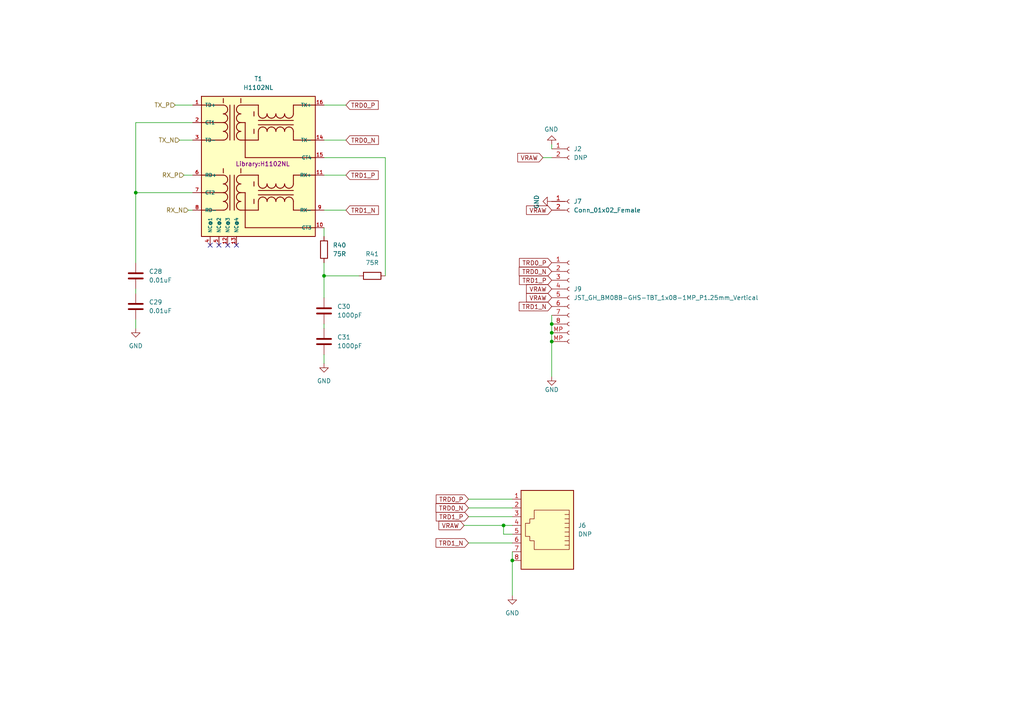
<source format=kicad_sch>
(kicad_sch (version 20231120) (generator "eeschema") (generator_version "8.0")
  (paper "A4")
  (lib_symbols
    (symbol "Connector:Conn_01x02_Female" (pin_names (offset 1.016) hide)
      (property "Reference" "J" (at 0 2.54 0))
      (property "Value" "Conn_01x02_Female" (at 0 -5.08 0))
      (symbol "Conn_01x02_Female_1_1"
        (arc (start 0 -2.032) (mid -0.5058 -2.54) (end 0 -3.048) (stroke (width 0.1524)))
        (polyline (pts (xy -1.27 -2.54) (xy -0.508 -2.54)) (stroke (width 0.1524)))
        (polyline (pts (xy -1.27 0) (xy -0.508 0)) (stroke (width 0.1524)))
        (arc (start 0 0.508) (mid -0.5058 0) (end 0 -0.508) (stroke (width 0.1524)))
        (pin passive line (at -5.08 0 0) (length 3.81) (name "Pin_1") (number "1"))
        (pin passive line (at -5.08 -2.54 0) (length 3.81) (name "Pin_2") (number "2"))
      )
    )
    (symbol "Connector:Conn_01x08_Female" (pin_names (offset 1.016) hide)
      (property "Reference" "J3" (at 1.27 0.0001 0))
      (property "Value" "Conn_01x08_Female" (at 1.27 -2.5399 0))
      (symbol "Conn_01x08_Female_1_1"
        (arc (start 0 -14.732) (mid -0.5058 -15.24) (end 0 -15.748) (stroke (width 0.1524)))
        (arc (start 0 -12.192) (mid -0.5058 -12.7) (end 0 -13.208) (stroke (width 0.1524)))
        (arc (start 0 -9.652) (mid -0.5058 -10.16) (end 0 -10.668) (stroke (width 0.1524)))
        (arc (start 0 -7.112) (mid -0.5058 -7.62) (end 0 -8.128) (stroke (width 0.1524)))
        (arc (start 0 -4.572) (mid -0.5058 -5.08) (end 0 -5.588) (stroke (width 0.1524)))
        (arc (start 0 -2.032) (mid -0.5058 -2.54) (end 0 -3.048) (stroke (width 0.1524)))
        (polyline (pts (xy -1.27 -15.24) (xy -0.508 -15.24)) (stroke (width 0.1524)))
        (polyline (pts (xy -1.27 -12.7) (xy -0.508 -12.7)) (stroke (width 0.1524)))
        (polyline (pts (xy -1.27 -10.16) (xy -0.508 -10.16)) (stroke (width 0.1524)))
        (polyline (pts (xy -1.27 -7.62) (xy -0.508 -7.62)) (stroke (width 0.1524)))
        (polyline (pts (xy -1.27 -5.08) (xy -0.508 -5.08)) (stroke (width 0.1524)))
        (polyline (pts (xy -1.27 -2.54) (xy -0.508 -2.54)) (stroke (width 0.1524)))
        (polyline (pts (xy -1.27 0) (xy -0.508 0)) (stroke (width 0.1524)))
        (polyline (pts (xy -1.27 2.54) (xy -0.508 2.54)) (stroke (width 0.1524)))
        (polyline (pts (xy -1.27 5.08) (xy -0.508 5.08)) (stroke (width 0.1524)))
        (polyline (pts (xy -1.27 7.62) (xy -0.508 7.62)) (stroke (width 0.1524)))
        (arc (start 0 0.508) (mid -0.5058 0) (end 0 -0.508) (stroke (width 0.1524)))
        (arc (start 0 3.048) (mid -0.5058 2.54) (end 0 2.032) (stroke (width 0.1524)))
        (arc (start 0 5.588) (mid -0.5058 5.08) (end 0 4.572) (stroke (width 0.1524)))
        (arc (start 0 8.128) (mid -0.5058 7.62) (end 0 7.112) (stroke (width 0.1524)))
        (pin passive line (at -5.08 7.62 0) (length 3.81) (name "Pin_1") (number "1"))
        (pin passive line (at -5.08 5.08 0) (length 3.81) (name "Pin_2") (number "2"))
        (pin passive line (at -5.08 2.54 0) (length 3.81) (name "Pin_3") (number "3"))
        (pin passive line (at -5.08 0 0) (length 3.81) (name "Pin_4") (number "4"))
        (pin passive line (at -5.08 -2.54 0) (length 3.81) (name "Pin_5") (number "5"))
        (pin passive line (at -5.08 -5.08 0) (length 3.81) (name "Pin_6") (number "6"))
        (pin passive line (at -5.08 -7.62 0) (length 3.81) (name "Pin_7") (number "7"))
        (pin passive line (at -5.08 -10.16 0) (length 3.81) (name "Pin_8") (number "8"))
        (pin passive line (at -5.08 -15.24 0) (length 3.81) (name "MP") (number "MP"))
        (pin passive line (at -5.08 -12.7 0) (length 3.81) (name "MP") (number "MP"))
      )
    )
    (symbol "Connector:RJ45" (pin_names (offset 1.016))
      (property "Reference" "J" (at -5.08 13.97 0))
      (property "Value" "RJ45" (at 2.54 13.97 0))
      (symbol "RJ45_0_1"
        (polyline (pts (xy -5.08 4.445) (xy -6.35 4.445)))
        (polyline (pts (xy -5.08 5.715) (xy -6.35 5.715)))
        (polyline (pts (xy -6.35 -3.175) (xy -5.08 -3.175) (xy -5.08 -3.175)))
        (polyline (pts (xy -6.35 -1.905) (xy -5.08 -1.905) (xy -5.08 -1.905)))
        (polyline (pts (xy -6.35 -0.635) (xy -5.08 -0.635) (xy -5.08 -0.635)))
        (polyline (pts (xy -6.35 0.635) (xy -5.08 0.635) (xy -5.08 0.635)))
        (polyline (pts (xy -6.35 1.905) (xy -5.08 1.905) (xy -5.08 1.905)))
        (polyline (pts (xy -5.08 3.175) (xy -6.35 3.175) (xy -6.35 3.175)))
        (polyline (pts (xy -6.35 -4.445) (xy -6.35 6.985) (xy 3.81 6.985) (xy 3.81 4.445) (xy 5.08 4.445) (xy 5.08 3.175) (xy 6.35 3.175) (xy 6.35 -0.635) (xy 5.08 -0.635) (xy 5.08 -1.905) (xy 3.81 -1.905) (xy 3.81 -4.445) (xy -6.35 -4.445) (xy -6.35 -4.445)))
        (rectangle (start 7.62 12.7) (end -7.62 -10.16) (stroke (width 0.254)) (fill (type background)))
      )
      (symbol "RJ45_1_1"
        (pin passive line (at 10.16 -7.62 180) (length 2.54) (name "~") (number "1"))
        (pin passive line (at 10.16 -5.08 180) (length 2.54) (name "~") (number "2"))
        (pin passive line (at 10.16 -2.54 180) (length 2.54) (name "~") (number "3"))
        (pin passive line (at 10.16 0 180) (length 2.54) (name "~") (number "4"))
        (pin passive line (at 10.16 2.54 180) (length 2.54) (name "~") (number "5"))
        (pin passive line (at 10.16 5.08 180) (length 2.54) (name "~") (number "6"))
        (pin passive line (at 10.16 7.62 180) (length 2.54) (name "~") (number "7"))
        (pin passive line (at 10.16 10.16 180) (length 2.54) (name "~") (number "8"))
      )
    )
    (symbol "Device:C" (pin_numbers hide) (pin_names (offset 0.254))
      (property "Reference" "C" (at 0.635 2.54 0))
      (property "Value" "C" (at 0.635 -2.54 0))
      (symbol "C_0_1"
        (polyline (pts (xy -2.032 -0.762) (xy 2.032 -0.762)) (stroke (width 0.508)))
        (polyline (pts (xy -2.032 0.762) (xy 2.032 0.762)) (stroke (width 0.508)))
      )
      (symbol "C_1_1"
        (pin passive line (at 0 3.81 270) (length 2.794) (name "~") (number "1"))
        (pin passive line (at 0 -3.81 90) (length 2.794) (name "~") (number "2"))
      )
    )
    (symbol "Device:R" (pin_numbers hide) (pin_names (offset 0))
      (property "Reference" "R" (at 2.032 0 90))
      (property "Value" "R" (at 0 0 90))
      (symbol "R_0_1"
        (rectangle (start -1.016 -2.54) (end 1.016 2.54) (stroke (width 0.254)))
      )
      (symbol "R_1_1"
        (pin passive line (at 0 3.81 270) (length 1.27) (name "~") (number "1"))
        (pin passive line (at 0 -3.81 90) (length 1.27) (name "~") (number "2"))
      )
    )
    (symbol "H1102NL:H1102NL" (pin_names (offset 1.016))
      (property "Reference" "T" (at -17.78 20.32 0))
      (property "Value" "H1102NL" (at -2.54 -22.86 0))
      (symbol "H1102NL_0_0"
        (rectangle (start -17.78 -20.32) (end 15.24 20.32) (stroke (width 0.254)) (fill (type background)))
        (arc (start -11.43 -12.7) (mid -10.532 -12.328) (end -10.16 -11.43) (stroke (width 0.254)))
        (arc (start -11.43 -10.16) (mid -10.532 -9.788) (end -10.16 -8.89) (stroke (width 0.254)))
        (arc (start -11.43 -7.62) (mid -10.532 -7.248) (end -10.16 -6.35) (stroke (width 0.254)))
        (arc (start -11.43 -5.08) (mid -10.532 -4.708) (end -10.16 -3.81) (stroke (width 0.254)))
        (arc (start -11.43 7.62) (mid -10.532 7.992) (end -10.16 8.89) (stroke (width 0.254)))
        (arc (start -11.43 10.16) (mid -10.532 10.532) (end -10.16 11.43) (stroke (width 0.254)))
        (arc (start -11.43 12.7) (mid -10.532 13.072) (end -10.16 13.97) (stroke (width 0.254)))
        (arc (start -11.43 15.24) (mid -10.532 15.612) (end -10.16 16.51) (stroke (width 0.254)))
        (arc (start -10.16 -11.43) (mid -10.532 -10.532) (end -11.43 -10.16) (stroke (width 0.254)))
        (arc (start -10.16 -8.89) (mid -10.532 -7.992) (end -11.43 -7.62) (stroke (width 0.254)))
        (arc (start -10.16 -6.35) (mid -10.532 -5.452) (end -11.43 -5.08) (stroke (width 0.254)))
        (arc (start -10.16 -3.81) (mid -10.532 -2.912) (end -11.43 -2.54) (stroke (width 0.254)))
        (arc (start -10.16 8.89) (mid -10.532 9.788) (end -11.43 10.16) (stroke (width 0.254)))
        (arc (start -10.16 11.43) (mid -10.532 12.328) (end -11.43 12.7) (stroke (width 0.254)))
        (arc (start -10.16 13.97) (mid -10.532 14.868) (end -11.43 15.24) (stroke (width 0.254)))
        (arc (start -10.16 16.51) (mid -10.532 17.408) (end -11.43 17.78) (stroke (width 0.254)))
        (arc (start -7.62 -11.43) (mid -7.248 -12.328) (end -6.35 -12.7) (stroke (width 0.254)))
        (arc (start -7.62 -8.89) (mid -7.248 -9.788) (end -6.35 -10.16) (stroke (width 0.254)))
        (arc (start -7.62 -6.35) (mid -7.248 -7.248) (end -6.35 -7.62) (stroke (width 0.254)))
        (arc (start -7.62 -3.81) (mid -7.248 -4.708) (end -6.35 -5.08) (stroke (width 0.254)))
        (arc (start -7.62 8.89) (mid -7.248 7.992) (end -6.35 7.62) (stroke (width 0.254)))
        (arc (start -7.62 11.43) (mid -7.248 10.532) (end -6.35 10.16) (stroke (width 0.254)))
        (arc (start -7.62 13.97) (mid -7.248 13.072) (end -6.35 12.7) (stroke (width 0.254)))
        (arc (start -7.62 16.51) (mid -7.248 15.612) (end -6.35 15.24) (stroke (width 0.254)))
        (arc (start -6.35 -10.16) (mid -7.248 -10.532) (end -7.62 -11.43) (stroke (width 0.254)))
        (arc (start -6.35 -7.62) (mid -7.248 -7.992) (end -7.62 -8.89) (stroke (width 0.254)))
        (arc (start -6.35 -5.08) (mid -7.248 -5.452) (end -7.62 -6.35) (stroke (width 0.254)))
        (arc (start -6.35 -2.54) (mid -7.248 -2.912) (end -7.62 -3.81) (stroke (width 0.254)))
        (arc (start -6.35 10.16) (mid -7.248 9.788) (end -7.62 8.89) (stroke (width 0.254)))
        (arc (start -6.35 12.7) (mid -7.248 12.328) (end -7.62 11.43) (stroke (width 0.254)))
        (arc (start -6.35 15.24) (mid -7.248 14.868) (end -7.62 13.97) (stroke (width 0.254)))
        (arc (start -6.35 17.78) (mid -7.248 17.408) (end -7.62 16.51) (stroke (width 0.254)))
        (arc (start -1.27 -5.08) (mid -0.898 -5.978) (end 0 -6.35) (stroke (width 0.254)))
        (arc (start -1.27 15.24) (mid -0.898 14.342) (end 0 13.97) (stroke (width 0.254)))
        (arc (start 0 -8.89) (mid -0.898 -9.262) (end -1.27 -10.16) (stroke (width 0.254)))
        (arc (start 0 -6.35) (mid 0.898 -5.978) (end 1.27 -5.08) (stroke (width 0.254)))
        (polyline (pts (xy -17.78 -2.54) (xy -11.43 -2.54)) (stroke (width 0.254)))
        (polyline (pts (xy -17.78 17.78) (xy -11.43 17.78)) (stroke (width 0.254)))
        (polyline (pts (xy -11.43 -12.7) (xy -17.78 -12.7)) (stroke (width 0.254)))
        (polyline (pts (xy -11.43 -7.62) (xy -17.78 -7.62)) (stroke (width 0.254)))
        (polyline (pts (xy -11.43 7.62) (xy -17.78 7.62)) (stroke (width 0.254)))
        (polyline (pts (xy -11.43 12.7) (xy -17.78 12.7)) (stroke (width 0.254)))
        (polyline (pts (xy -9.525 -2.54) (xy -9.525 -12.7)) (stroke (width 0.254)))
        (polyline (pts (xy -9.525 17.78) (xy -9.525 7.62)) (stroke (width 0.254)))
        (polyline (pts (xy -8.255 -2.54) (xy -8.255 -12.7)) (stroke (width 0.254)))
        (polyline (pts (xy -8.255 17.78) (xy -8.255 7.62)) (stroke (width 0.254)))
        (polyline (pts (xy -6.35 -7.62) (xy -5.08 -7.62)) (stroke (width 0.254)))
        (polyline (pts (xy -6.35 -2.54) (xy -1.27 -2.54)) (stroke (width 0.254)))
        (polyline (pts (xy -6.35 12.7) (xy -5.08 12.7)) (stroke (width 0.254)))
        (polyline (pts (xy -6.35 17.78) (xy -1.27 17.78)) (stroke (width 0.254)))
        (polyline (pts (xy -5.08 -17.78) (xy 15.24 -17.78)) (stroke (width 0.254)))
        (polyline (pts (xy -5.08 -7.62) (xy -5.08 -17.78)) (stroke (width 0.254)))
        (polyline (pts (xy -5.08 2.54) (xy 15.24 2.54)) (stroke (width 0.254)))
        (polyline (pts (xy -5.08 12.7) (xy -5.08 2.54)) (stroke (width 0.254)))
        (polyline (pts (xy -1.27 -12.7) (xy -6.35 -12.7)) (stroke (width 0.254)))
        (polyline (pts (xy -1.27 -12.7) (xy -1.27 -10.16)) (stroke (width 0.254)))
        (polyline (pts (xy -1.27 -8.255) (xy 8.89 -8.255)) (stroke (width 0.254)))
        (polyline (pts (xy -1.27 -6.985) (xy 8.89 -6.985)) (stroke (width 0.254)))
        (polyline (pts (xy -1.27 -2.54) (xy -1.27 -5.08)) (stroke (width 0.254)))
        (polyline (pts (xy -1.27 7.62) (xy -6.35 7.62)) (stroke (width 0.254)))
        (polyline (pts (xy -1.27 7.62) (xy -1.27 10.16)) (stroke (width 0.254)))
        (polyline (pts (xy -1.27 12.065) (xy 8.89 12.065)) (stroke (width 0.254)))
        (polyline (pts (xy -1.27 13.335) (xy 8.89 13.335)) (stroke (width 0.254)))
        (polyline (pts (xy -1.27 17.78) (xy -1.27 15.24)) (stroke (width 0.254)))
        (polyline (pts (xy 8.89 -12.7) (xy 15.24 -12.7)) (stroke (width 0.254)))
        (polyline (pts (xy 8.89 -10.16) (xy 8.89 -12.7)) (stroke (width 0.254)))
        (polyline (pts (xy 8.89 -5.08) (xy 8.89 -2.54)) (stroke (width 0.254)))
        (polyline (pts (xy 8.89 -2.54) (xy 15.24 -2.54)) (stroke (width 0.254)))
        (polyline (pts (xy 8.89 7.62) (xy 15.24 7.62)) (stroke (width 0.254)))
        (polyline (pts (xy 8.89 10.16) (xy 8.89 7.62)) (stroke (width 0.254)))
        (polyline (pts (xy 8.89 15.24) (xy 8.89 17.78)) (stroke (width 0.254)))
        (polyline (pts (xy 8.89 17.78) (xy 15.24 17.78)) (stroke (width 0.254)))
        (polyline (pts (xy -11.43 -0.635) (xy -11.43 -1.905) (xy -11.43 -0.635)) (stroke (width 0.254)) (fill (type outline)))
        (polyline (pts (xy -11.43 19.685) (xy -11.43 18.415) (xy -11.43 19.685)) (stroke (width 0.254)) (fill (type outline)))
        (polyline (pts (xy -6.35 -0.635) (xy -6.35 -1.905) (xy -6.35 -0.635)) (stroke (width 0.254)) (fill (type outline)))
        (polyline (pts (xy -6.35 19.685) (xy -6.35 18.415) (xy -6.35 19.685)) (stroke (width 0.254)) (fill (type outline)))
        (polyline (pts (xy -2.54 -9.525) (xy -2.54 -10.795) (xy -2.54 -9.525)) (stroke (width 0.254)) (fill (type outline)))
        (polyline (pts (xy -2.54 -4.445) (xy -2.54 -5.715) (xy -2.54 -4.445)) (stroke (width 0.254)) (fill (type outline)))
        (polyline (pts (xy -2.54 10.795) (xy -2.54 9.525) (xy -2.54 10.795)) (stroke (width 0.254)) (fill (type outline)))
        (polyline (pts (xy -2.54 15.875) (xy -2.54 14.605) (xy -2.54 15.875)) (stroke (width 0.254)) (fill (type outline)))
        (arc (start 0 11.43) (mid -0.898 11.058) (end -1.27 10.16) (stroke (width 0.254)))
        (arc (start 0 13.97) (mid 0.898 14.342) (end 1.27 15.24) (stroke (width 0.254)))
        (arc (start 1.27 -10.16) (mid 0.898 -9.262) (end 0 -8.89) (stroke (width 0.254)))
        (arc (start 1.27 -5.08) (mid 1.642 -5.978) (end 2.54 -6.35) (stroke (width 0.254)))
        (arc (start 1.27 10.16) (mid 0.898 11.058) (end 0 11.43) (stroke (width 0.254)))
        (arc (start 1.27 15.24) (mid 1.642 14.342) (end 2.54 13.97) (stroke (width 0.254)))
        (arc (start 2.54 -8.89) (mid 1.642 -9.262) (end 1.27 -10.16) (stroke (width 0.254)))
        (arc (start 2.54 -6.35) (mid 3.438 -5.978) (end 3.81 -5.08) (stroke (width 0.254)))
        (arc (start 2.54 11.43) (mid 1.642 11.058) (end 1.27 10.16) (stroke (width 0.254)))
        (arc (start 2.54 13.97) (mid 3.438 14.342) (end 3.81 15.24) (stroke (width 0.254)))
        (arc (start 3.81 -10.16) (mid 3.438 -9.262) (end 2.54 -8.89) (stroke (width 0.254)))
        (arc (start 3.81 -5.08) (mid 4.182 -5.978) (end 5.08 -6.35) (stroke (width 0.254)))
        (arc (start 3.81 10.16) (mid 3.438 11.058) (end 2.54 11.43) (stroke (width 0.254)))
        (arc (start 3.81 15.24) (mid 4.182 14.342) (end 5.08 13.97) (stroke (width 0.254)))
        (arc (start 5.08 -8.89) (mid 4.182 -9.262) (end 3.81 -10.16) (stroke (width 0.254)))
        (arc (start 5.08 -6.35) (mid 5.978 -5.978) (end 6.35 -5.08) (stroke (width 0.254)))
        (arc (start 5.08 11.43) (mid 4.182 11.058) (end 3.81 10.16) (stroke (width 0.254)))
        (arc (start 5.08 13.97) (mid 5.978 14.342) (end 6.35 15.24) (stroke (width 0.254)))
        (arc (start 6.35 -10.16) (mid 5.978 -9.262) (end 5.08 -8.89) (stroke (width 0.254)))
        (arc (start 6.35 -5.08) (mid 6.722 -5.978) (end 7.62 -6.35) (stroke (width 0.254)))
        (arc (start 6.35 10.16) (mid 5.978 11.058) (end 5.08 11.43) (stroke (width 0.254)))
        (arc (start 6.35 15.24) (mid 6.722 14.342) (end 7.62 13.97) (stroke (width 0.254)))
        (arc (start 7.62 -8.89) (mid 6.722 -9.262) (end 6.35 -10.16) (stroke (width 0.254)))
        (arc (start 7.62 -6.35) (mid 8.518 -5.978) (end 8.89 -5.08) (stroke (width 0.254)))
        (arc (start 7.62 11.43) (mid 6.722 11.058) (end 6.35 10.16) (stroke (width 0.254)))
        (arc (start 7.62 13.97) (mid 8.518 14.342) (end 8.89 15.24) (stroke (width 0.254)))
        (arc (start 8.89 -10.16) (mid 8.518 -9.262) (end 7.62 -8.89) (stroke (width 0.254)))
        (arc (start 8.89 10.16) (mid 8.518 11.058) (end 7.62 11.43) (stroke (width 0.254)))
        (pin passive line (at -20.32 17.78 0) (length 2.54) (name "TD+") (number "1"))
        (pin passive line (at 17.78 -17.78 180) (length 2.54) (name "CT3") (number "10"))
        (pin passive line (at 17.78 -2.54 180) (length 2.54) (name "RX+") (number "11"))
        (pin passive line (at -10.16 -22.86 90) (length 2.54) (name "NC@3") (number "12"))
        (pin passive line (at -7.62 -22.86 90) (length 2.54) (name "NC@4") (number "13"))
        (pin passive line (at 17.78 7.62 180) (length 2.54) (name "TX-") (number "14"))
        (pin passive line (at 17.78 2.54 180) (length 2.54) (name "CT4") (number "15"))
        (pin passive line (at 17.78 17.78 180) (length 2.54) (name "TX+") (number "16"))
        (pin passive line (at -20.32 12.7 0) (length 2.54) (name "CT1") (number "2"))
        (pin passive line (at -20.32 7.62 0) (length 2.54) (name "TD-") (number "3"))
        (pin passive line (at -15.24 -22.86 90) (length 2.54) (name "NC@1") (number "4"))
        (pin passive line (at -12.7 -22.86 90) (length 2.54) (name "NC@2") (number "5"))
        (pin passive line (at -20.32 -2.54 0) (length 2.54) (name "RD+") (number "6"))
        (pin passive line (at -20.32 -7.62 0) (length 2.54) (name "CT2") (number "7"))
        (pin passive line (at -20.32 -12.7 0) (length 2.54) (name "RD-") (number "8"))
        (pin passive line (at 17.78 -12.7 180) (length 2.54) (name "RX-") (number "9"))
      )
    )
    (symbol "power:GND" (power) (pin_names (offset 0))
      (property "Value" "GND" (at 0 -3.81 0))
      (symbol "GND_0_1"
        (polyline (pts (xy 0 0) (xy 0 -1.27) (xy 1.27 -1.27) (xy 0 -2.54) (xy -1.27 -1.27) (xy 0 -1.27)))
      )
      (symbol "GND_1_1"
        (pin power_in line (at 0 0 270) (length 0) hide (name "GND") (number "1"))
      )
    )
  )
  (junction (at 93.98 80.01))
  (junction (at 146.05 152.4))
  (junction (at 160.02 99.06))
  (junction (at 160.02 96.52))
  (junction (at 160.02 93.98))
  (junction (at 148.59 162.56))
  (junction (at 39.37 55.88))
  (no_connect (at 66.04 71.12))
  (no_connect (at 63.5 71.12))
  (no_connect (at 68.58 71.12))
  (no_connect (at 60.96 71.12))
  (wire (pts (xy 39.37 55.88) (xy 39.37 76.2)))
  (wire (pts (xy 93.98 80.01) (xy 93.98 86.36)))
  (wire (pts (xy 160.02 96.52) (xy 160.02 99.06)))
  (wire (pts (xy 135.89 157.48) (xy 148.59 157.48)))
  (wire (pts (xy 55.88 35.56) (xy 39.37 35.56)))
  (wire (pts (xy 39.37 35.56) (xy 39.37 55.88)))
  (wire (pts (xy 148.59 160.02) (xy 148.59 162.56)))
  (wire (pts (xy 93.98 76.2) (xy 93.98 80.01)))
  (wire (pts (xy 100.33 50.8) (xy 93.98 50.8)))
  (wire (pts (xy 93.98 105.41) (xy 93.98 102.87)))
  (wire (pts (xy 157.48 45.72) (xy 160.02 45.72)))
  (wire (pts (xy 39.37 95.25) (xy 39.37 92.71)))
  (wire (pts (xy 54.61 60.96) (xy 55.88 60.96)))
  (wire (pts (xy 160.02 91.44) (xy 160.02 93.98)))
  (wire (pts (xy 100.33 60.96) (xy 93.98 60.96)))
  (wire (pts (xy 134.62 152.4) (xy 146.05 152.4)))
  (wire (pts (xy 93.98 95.25) (xy 93.98 93.98)))
  (wire (pts (xy 148.59 154.94) (xy 146.05 154.94)))
  (wire (pts (xy 135.89 147.32) (xy 148.59 147.32)))
  (wire (pts (xy 160.02 93.98) (xy 160.02 96.52)))
  (wire (pts (xy 50.8 30.48) (xy 55.88 30.48)))
  (wire (pts (xy 148.59 162.56) (xy 148.59 172.72)))
  (wire (pts (xy 111.76 45.72) (xy 111.76 80.01)))
  (wire (pts (xy 52.07 40.64) (xy 55.88 40.64)))
  (wire (pts (xy 93.98 80.01) (xy 104.14 80.01)))
  (wire (pts (xy 135.89 149.86) (xy 148.59 149.86)))
  (wire (pts (xy 93.98 66.04) (xy 93.98 68.58)))
  (wire (pts (xy 53.34 50.8) (xy 55.88 50.8)))
  (wire (pts (xy 100.33 40.64) (xy 93.98 40.64)))
  (wire (pts (xy 39.37 85.09) (xy 39.37 83.82)))
  (wire (pts (xy 93.98 45.72) (xy 111.76 45.72)))
  (wire (pts (xy 160.02 99.06) (xy 160.02 109.22)))
  (wire (pts (xy 146.05 154.94) (xy 146.05 152.4)))
  (wire (pts (xy 135.89 144.78) (xy 148.59 144.78)))
  (wire (pts (xy 39.37 55.88) (xy 55.88 55.88)))
  (wire (pts (xy 160.02 41.91) (xy 160.02 43.18)))
  (wire (pts (xy 146.05 152.4) (xy 148.59 152.4)))
  (wire (pts (xy 100.33 30.48) (xy 93.98 30.48)))
  (global_label "TRD0_P" (shape input) (at 100.33 30.48 0) (property "Intersheetrefs" "${INTERSHEET_REFS}" (effects (hide yes))))
  (global_label "TRD1_N" (shape input) (at 100.33 60.96 0) (property "Intersheetrefs" "${INTERSHEET_REFS}" (effects (hide yes))))
  (global_label "VRAW" (shape input) (at 160.02 60.96 180) (property "Intersheetrefs" "${INTERSHEET_REFS}" (effects (hide yes))))
  (global_label "VRAW" (shape input) (at 134.62 152.4 180) (property "Intersheetrefs" "${INTERSHEET_REFS}" (effects (hide yes))))
  (global_label "TRD0_P" (shape input) (at 160.02 76.2 180) (property "Intersheetrefs" "${INTERSHEET_REFS}" (effects (hide yes))))
  (global_label "TRD1_N" (shape input) (at 160.02 88.9 180) (property "Intersheetrefs" "${INTERSHEET_REFS}" (effects (hide yes))))
  (global_label "TRD1_N" (shape input) (at 135.89 157.48 180) (property "Intersheetrefs" "${INTERSHEET_REFS}" (effects (hide yes))))
  (global_label "TRD1_P" (shape input) (at 135.89 149.86 180) (property "Intersheetrefs" "${INTERSHEET_REFS}" (effects (hide yes))))
  (global_label "TRD0_N" (shape input) (at 160.02 78.74 180) (property "Intersheetrefs" "${INTERSHEET_REFS}" (effects (hide yes))))
  (global_label "TRD0_N" (shape input) (at 100.33 40.64 0) (property "Intersheetrefs" "${INTERSHEET_REFS}" (effects (hide yes))))
  (global_label "TRD1_P" (shape input) (at 160.02 81.28 180) (property "Intersheetrefs" "${INTERSHEET_REFS}" (effects (hide yes))))
  (global_label "TRD1_P" (shape input) (at 100.33 50.8 0) (property "Intersheetrefs" "${INTERSHEET_REFS}" (effects (hide yes))))
  (global_label "TRD0_N" (shape input) (at 135.89 147.32 180) (property "Intersheetrefs" "${INTERSHEET_REFS}" (effects (hide yes))))
  (global_label "TRD0_P" (shape input) (at 135.89 144.78 180) (property "Intersheetrefs" "${INTERSHEET_REFS}" (effects (hide yes))))
  (global_label "VRAW" (shape input) (at 157.48 45.72 180) (property "Intersheetrefs" "${INTERSHEET_REFS}" (effects (hide yes))))
  (global_label "VRAW" (shape input) (at 160.02 86.36 180) (property "Intersheetrefs" "${INTERSHEET_REFS}" (effects (hide yes))))
  (global_label "VRAW" (shape input) (at 160.02 83.82 180) (property "Intersheetrefs" "${INTERSHEET_REFS}" (effects (hide yes))))
  (hierarchical_label "RX_N" (shape input) (at 54.61 60.96 180))
  (hierarchical_label "TX_P" (shape input) (at 50.8 30.48 180))
  (hierarchical_label "RX_P" (shape input) (at 53.34 50.8 180))
  (hierarchical_label "TX_N" (shape input) (at 52.07 40.64 180))
  (symbol (lib_id "power:GND") (at 39.37 95.25 0) (unit 1)
    (property "Reference" "#PWR05" (effects (hide yes)))
    (property "Value" "GND" (at 39.37 100.33 0))
  )
  (symbol (lib_id "Device:C") (at 93.98 90.17 0) (unit 1)
    (property "Reference" "C30" (at 97.79 88.8999 0) (effects (justify left)))
    (property "Value" "1000pF" (at 97.79 91.4399 0) (effects (justify left)))
    (property "Footprint" "Capacitor_SMD:C_0603_1608Metric" (effects (hide yes)))
  )
  (symbol (lib_id "Device:C") (at 93.98 99.06 0) (unit 1)
    (property "Reference" "C31" (at 97.79 97.7899 0) (effects (justify left)))
    (property "Value" "1000pF" (at 97.79 100.3299 0) (effects (justify left)))
    (property "Footprint" "Capacitor_SMD:C_0603_1608Metric" (effects (hide yes)))
  )
  (symbol (lib_id "Connector:Conn_01x02_Female") (at 165.1 58.42 0) (unit 1)
    (property "Reference" "J7" (at 166.37 58.4199 0) (effects (justify left)))
    (property "Value" "Conn_01x02_Female" (at 166.37 60.9599 0) (effects (justify left)))
    (property "Footprint" "Connector_JST:JST_PH_B2B-PH-K_1x02_P2.00mm_Vertical" (effects (hide yes)))
  )
  (symbol (lib_id "Connector:Conn_01x02_Female") (at 165.1 43.18 0) (unit 1)
    (property "Reference" "J2" (at 166.37 43.1799 0) (effects (justify left)))
    (property "Value" "DNP" (at 166.37 45.7199 0) (effects (justify left)))
    (property "Footprint" "Connector_Phoenix_MSTB:PhoenixContact_MSTBA_2,5_2-G-5,08_1x02_P5.08mm_Horizontal" (effects (hide yes)))
  )
  (symbol (lib_id "H1102NL:H1102NL") (at 76.2 48.26 0) (unit 1)
    (property "Reference" "T1" (at 74.93 22.86 0))
    (property "Value" "H1102NL" (at 74.93 25.4 0))
    (property "Footprint" "Library:H1102NL" (at 76.2 48.26 0) (effects (justify bottom)))
  )
  (symbol (lib_id "Connector:RJ45") (at 158.75 152.4 180) (unit 1)
    (property "Reference" "J6" (at 167.64 152.4 0) (effects (justify right)))
    (property "Value" "DNP" (at 167.64 154.94 0) (effects (justify right)))
    (property "Footprint" "Connector_RJ:RJ45_Amphenol_54602-x08_Horizontal" (effects (hide yes)))
  )
  (symbol (lib_id "power:GND") (at 93.98 105.41 0) (unit 1)
    (property "Reference" "#PWR06" (effects (hide yes)))
    (property "Value" "GND" (at 93.98 110.49 0))
  )
  (symbol (lib_id "power:GND") (at 148.59 172.72 0) (unit 1)
    (property "Reference" "#PWR07" (effects (hide yes)))
    (property "Value" "GND" (at 148.59 177.8 0))
  )
  (symbol (lib_id "Device:C") (at 39.37 80.01 0) (unit 1)
    (property "Reference" "C28" (at 43.18 78.7399 0) (effects (justify left)))
    (property "Value" "0.01uF" (at 43.18 81.2799 0) (effects (justify left)))
    (property "Footprint" "Capacitor_SMD:C_0603_1608Metric" (effects (hide yes)))
  )
  (symbol (lib_id "Connector:Conn_01x08_Female") (at 165.1 83.82 0) (unit 1)
    (property "Reference" "J9" (at 166.37 83.8199 0) (effects (justify left)))
    (property "Value" "JST_GH_BM08B-GHS-TBT_1x08-1MP_P1.25mm_Vertical" (at 166.37 86.3599 0) (effects (justify left)))
    (property "Footprint" "Library:JST_GH_BM08B-GHS-TBT_1x08-1MP_P1.25mm_Vertical" (effects (hide yes)))
  )
  (symbol (lib_id "Device:R") (at 93.98 72.39 180) (unit 1)
    (property "Reference" "R40" (at 96.52 71.1199 0) (effects (justify right)))
    (property "Value" "75R" (at 96.52 73.6599 0) (effects (justify right)))
    (property "Footprint" "Resistor_SMD:R_0603_1608Metric" (effects (hide yes)))
  )
  (symbol (lib_id "power:GND") (at 160.02 41.91 180) (unit 1)
    (property "Reference" "#PWR04" (effects (hide yes)))
    (property "Value" "GND" (at 159.893 37.5158 0))
  )
  (symbol (lib_id "power:GND") (at 160.02 58.42 270) (unit 1)
    (property "Reference" "#PWR016" (effects (hide yes)))
    (property "Value" "GND" (at 155.6258 58.547 0))
  )
  (symbol (lib_id "power:GND") (at 160.02 109.22 0) (unit 1)
    (property "Reference" "#PWR017" (effects (hide yes)))
    (property "Value" "GND" (at 160.02 113.03 0))
  )
  (symbol (lib_id "Device:C") (at 39.37 88.9 0) (unit 1)
    (property "Reference" "C29" (at 43.18 87.6299 0) (effects (justify left)))
    (property "Value" "0.01uF" (at 43.18 90.1699 0) (effects (justify left)))
    (property "Footprint" "Capacitor_SMD:C_0603_1608Metric" (effects (hide yes)))
  )
  (symbol (lib_id "Device:R") (at 107.95 80.01 90) (unit 1)
    (property "Reference" "R41" (at 107.95 73.66 90))
    (property "Value" "75R" (at 107.95 76.2 90))
    (property "Footprint" "Resistor_SMD:R_0603_1608Metric" (effects (hide yes)))
  )
)
</source>
